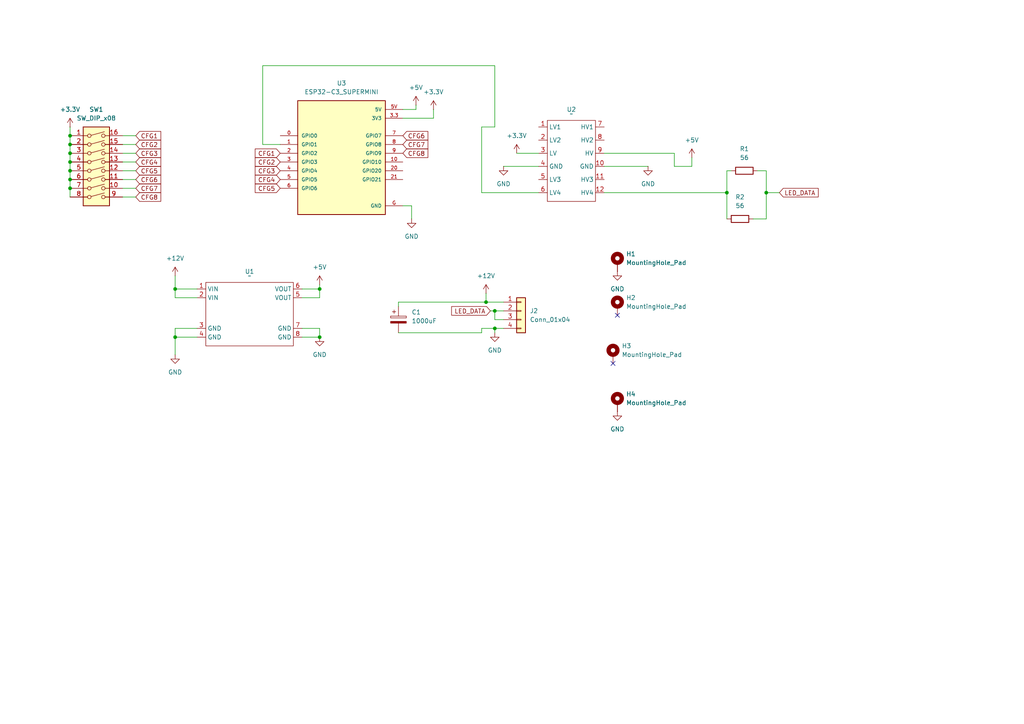
<source format=kicad_sch>
(kicad_sch (version 20250114) (generator "eeschema") (generator_version "9.0")
  (paper "A4")
  (lib_symbols
    (symbol "Connector_Generic:Conn_01x04" (pin_names (offset 1.016) (hide yes))
      (property "Reference" "J" (at 0 5.08 0))
      (property "Value" "Conn_01x04" (at 0 -7.62 0))
      (symbol "Conn_01x04_1_1"
        (rectangle (start -1.27 3.81) (end 1.27 -6.35) (stroke (width 0.254)) (fill (type background)))
        (rectangle (start -1.27 2.667) (end 0 2.413) (stroke (width 0.1524)))
        (rectangle (start -1.27 0.127) (end 0 -0.127) (stroke (width 0.1524)))
        (rectangle (start -1.27 -2.413) (end 0 -2.667) (stroke (width 0.1524)))
        (rectangle (start -1.27 -4.953) (end 0 -5.207) (stroke (width 0.1524)))
        (pin passive line (at -5.08 2.54 0) (length 3.81) (name "Pin_1") (number "1"))
        (pin passive line (at -5.08 0 0) (length 3.81) (name "Pin_2") (number "2"))
        (pin passive line (at -5.08 -2.54 0) (length 3.81) (name "Pin_3") (number "3"))
        (pin passive line (at -5.08 -5.08 0) (length 3.81) (name "Pin_4") (number "4"))
      )
    )
    (symbol "Device:C_Polarized" (pin_numbers (hide yes)) (pin_names (offset 0.254))
      (property "Reference" "C" (at 0.635 2.54 0))
      (property "Value" "C_Polarized" (at 0.635 -2.54 0))
      (symbol "C_Polarized_0_1"
        (rectangle (start -2.286 0.508) (end 2.286 1.016))
        (polyline (pts (xy -1.778 2.286) (xy -0.762 2.286)))
        (polyline (pts (xy -1.27 2.794) (xy -1.27 1.778)))
        (rectangle (start 2.286 -0.508) (end -2.286 -1.016) (fill (type outline)))
      )
      (symbol "C_Polarized_1_1"
        (pin passive line (at 0 3.81 270) (length 2.794) (name "~") (number "1"))
        (pin passive line (at 0 -3.81 90) (length 2.794) (name "~") (number "2"))
      )
    )
    (symbol "Device:R" (pin_numbers (hide yes)) (pin_names (offset 0))
      (property "Reference" "R" (at 2.032 0 90))
      (property "Value" "R" (at 0 0 90))
      (symbol "R_0_1"
        (rectangle (start -1.016 -2.54) (end 1.016 2.54) (stroke (width 0.254)))
      )
      (symbol "R_1_1"
        (pin passive line (at 0 3.81 270) (length 1.27) (name "~") (number "1"))
        (pin passive line (at 0 -3.81 90) (length 1.27) (name "~") (number "2"))
      )
    )
    (symbol "Mechanical:MountingHole_Pad" (pin_numbers (hide yes)) (pin_names (offset 1.016) (hide yes)) (in_bom no)
      (property "Reference" "H" (at 0 6.35 0))
      (property "Value" "MountingHole_Pad" (at 0 4.445 0))
      (symbol "MountingHole_Pad_0_1"
        (circle (center 0 1.27) (radius 1.27) (stroke (width 1.27)))
      )
      (symbol "MountingHole_Pad_1_1"
        (pin input line (at 0 -2.54 90) (length 2.54) (name "1") (number "1"))
      )
    )
    (symbol "Switch:SW_DIP_x08" (pin_names (offset 0) (hide yes))
      (property "Reference" "SW" (at 0 13.97 0))
      (property "Value" "SW_DIP_x08" (at 0 -11.43 0))
      (symbol "SW_DIP_x08_0_0"
        (circle (center -2.032 10.16) (radius 0.508))
        (circle (center -2.032 7.62) (radius 0.508))
        (circle (center -2.032 5.08) (radius 0.508))
        (circle (center -2.032 2.54) (radius 0.508))
        (circle (center -2.032 0) (radius 0.508))
        (circle (center -2.032 -2.54) (radius 0.508))
        (circle (center -2.032 -5.08) (radius 0.508))
        (circle (center -2.032 -7.62) (radius 0.508))
        (polyline (pts (xy -1.524 10.287) (xy 2.3622 11.3284)))
        (polyline (pts (xy -1.524 7.747) (xy 2.3622 8.7884)))
        (polyline (pts (xy -1.524 5.207) (xy 2.3622 6.2484)))
        (polyline (pts (xy -1.524 2.667) (xy 2.3622 3.7084)))
        (polyline (pts (xy -1.524 0.127) (xy 2.3622 1.1684)))
        (polyline (pts (xy -1.524 -2.3876) (xy 2.3622 -1.3462)))
        (polyline (pts (xy -1.524 -4.9276) (xy 2.3622 -3.8862)))
        (polyline (pts (xy -1.524 -7.4676) (xy 2.3622 -6.4262)))
        (circle (center 2.032 10.16) (radius 0.508))
        (circle (center 2.032 7.62) (radius 0.508))
        (circle (center 2.032 5.08) (radius 0.508))
        (circle (center 2.032 2.54) (radius 0.508))
        (circle (center 2.032 0) (radius 0.508))
        (circle (center 2.032 -2.54) (radius 0.508))
        (circle (center 2.032 -5.08) (radius 0.508))
        (circle (center 2.032 -7.62) (radius 0.508))
      )
      (symbol "SW_DIP_x08_0_1"
        (rectangle (start -3.81 12.7) (end 3.81 -10.16) (stroke (width 0.254)) (fill (type background)))
      )
      (symbol "SW_DIP_x08_1_1"
        (pin passive line (at -7.62 10.16 0) (length 5.08) (name "~") (number "1"))
        (pin passive line (at -7.62 7.62 0) (length 5.08) (name "~") (number "2"))
        (pin passive line (at -7.62 5.08 0) (length 5.08) (name "~") (number "3"))
        (pin passive line (at -7.62 2.54 0) (length 5.08) (name "~") (number "4"))
        (pin passive line (at -7.62 0 0) (length 5.08) (name "~") (number "5"))
        (pin passive line (at -7.62 -2.54 0) (length 5.08) (name "~") (number "6"))
        (pin passive line (at -7.62 -5.08 0) (length 5.08) (name "~") (number "7"))
        (pin passive line (at -7.62 -7.62 0) (length 5.08) (name "~") (number "8"))
        (pin passive line (at 7.62 10.16 180) (length 5.08) (name "~") (number "16"))
        (pin passive line (at 7.62 7.62 180) (length 5.08) (name "~") (number "15"))
        (pin passive line (at 7.62 5.08 180) (length 5.08) (name "~") (number "14"))
        (pin passive line (at 7.62 2.54 180) (length 5.08) (name "~") (number "13"))
        (pin passive line (at 7.62 0 180) (length 5.08) (name "~") (number "12"))
        (pin passive line (at 7.62 -2.54 180) (length 5.08) (name "~") (number "11"))
        (pin passive line (at 7.62 -5.08 180) (length 5.08) (name "~") (number "10"))
        (pin passive line (at 7.62 -7.62 180) (length 5.08) (name "~") (number "9"))
      )
    )
    (symbol "power:+12V" (power) (pin_numbers (hide yes)) (pin_names (offset 0) (hide yes))
      (property "Value" "+12V" (at 0 3.556 0))
      (symbol "+12V_0_1"
        (polyline (pts (xy -0.762 1.27) (xy 0 2.54)))
        (polyline (pts (xy 0 2.54) (xy 0.762 1.27)))
        (polyline (pts (xy 0 0) (xy 0 2.54)))
      )
      (symbol "+12V_1_1"
        (pin power_in line (at 0 0 90) (length 0) (name "~") (number "1"))
      )
    )
    (symbol "power:+3.3V" (power) (pin_numbers (hide yes)) (pin_names (offset 0) (hide yes))
      (property "Value" "+3.3V" (at 0 3.556 0))
      (symbol "+3.3V_0_1"
        (polyline (pts (xy -0.762 1.27) (xy 0 2.54)))
        (polyline (pts (xy 0 2.54) (xy 0.762 1.27)))
        (polyline (pts (xy 0 0) (xy 0 2.54)))
      )
      (symbol "+3.3V_1_1"
        (pin power_in line (at 0 0 90) (length 0) (name "~") (number "1"))
      )
    )
    (symbol "power:+5V" (power) (pin_numbers (hide yes)) (pin_names (offset 0) (hide yes))
      (property "Value" "+5V" (at 0 3.556 0))
      (symbol "+5V_0_1"
        (polyline (pts (xy -0.762 1.27) (xy 0 2.54)))
        (polyline (pts (xy 0 2.54) (xy 0.762 1.27)))
        (polyline (pts (xy 0 0) (xy 0 2.54)))
      )
      (symbol "+5V_1_1"
        (pin power_in line (at 0 0 90) (length 0) (name "~") (number "1"))
      )
    )
    (symbol "power:GND" (power) (pin_numbers (hide yes)) (pin_names (offset 0) (hide yes))
      (property "Value" "GND" (at 0 -3.81 0))
      (symbol "GND_0_1"
        (polyline (pts (xy 0 0) (xy 0 -1.27) (xy 1.27 -1.27) (xy 0 -2.54) (xy -1.27 -1.27) (xy 0 -1.27)))
      )
      (symbol "GND_1_1"
        (pin power_in line (at 0 0 270) (length 0) (name "~") (number "1"))
      )
    )
    (symbol "syms2024:4x_Level_Shifter_Board"
      (property "Reference" "U" (at 4.572 -0.254 0))
      (symbol "4x_Level_Shifter_Board_0_1"
        (rectangle (start -2.54 -1.905) (end 11.43 -25.4))
      )
      (symbol "4x_Level_Shifter_Board_1_1"
        (pin bidirectional line (at -5.08 -3.81 0) (length 2.54) (name "LV1") (number "1"))
        (pin bidirectional line (at -5.08 -7.62 0) (length 2.54) (name "LV2") (number "2"))
        (pin input line (at -5.08 -11.43 0) (length 2.54) (name "LV") (number "3"))
        (pin bidirectional line (at -5.08 -15.24 0) (length 2.54) (name "GND") (number "4"))
        (pin bidirectional line (at -5.08 -19.05 0) (length 2.54) (name "LV3") (number "5"))
        (pin bidirectional line (at -5.08 -22.86 0) (length 2.54) (name "LV4") (number "6"))
        (pin bidirectional line (at 13.97 -3.81 180) (length 2.54) (name "HV1") (number "7"))
        (pin bidirectional line (at 13.97 -7.62 180) (length 2.54) (name "HV2") (number "8"))
        (pin input line (at 13.97 -11.43 180) (length 2.54) (name "HV") (number "9"))
        (pin bidirectional line (at 13.97 -15.24 180) (length 2.54) (name "GND") (number "10"))
        (pin bidirectional line (at 13.97 -19.05 180) (length 2.54) (name "HV3") (number "11"))
        (pin bidirectional line (at 13.97 -22.86 180) (length 2.54) (name "HV4") (number "12"))
      )
    )
    (symbol "syms2024:ESP32-C3_SUPERMINI" (pin_names (offset 1.016))
      (property "Reference" "U" (at -12.7 16.002 0))
      (property "Value" "ESP32-C3_SUPERMINI" (at -12.7 -20.32 0))
      (symbol "ESP32-C3_SUPERMINI_0_0"
        (rectangle (start -12.7 -17.78) (end 12.7 15.24) (stroke (width 0.254)) (fill (type background)))
        (pin bidirectional line (at -17.78 5.08 0) (length 5.08) (name "GPIO0") (number "0"))
        (pin bidirectional line (at -17.78 2.54 0) (length 5.08) (name "GPIO1") (number "1"))
        (pin bidirectional line (at -17.78 0 0) (length 5.08) (name "GPIO2") (number "2"))
        (pin bidirectional line (at -17.78 -2.54 0) (length 5.08) (name "GPIO3") (number "3"))
        (pin bidirectional line (at -17.78 -5.08 0) (length 5.08) (name "GPIO4") (number "4"))
        (pin bidirectional line (at -17.78 -7.62 0) (length 5.08) (name "GPIO5") (number "5"))
        (pin bidirectional line (at -17.78 -10.16 0) (length 5.08) (name "GPIO6") (number "6"))
        (pin power_in line (at 17.78 12.7 180) (length 5.08) (name "5V") (number "5V"))
        (pin power_in line (at 17.78 10.16 180) (length 5.08) (name "3V3") (number "3.3"))
        (pin bidirectional line (at 17.78 5.08 180) (length 5.08) (name "GPIO7") (number "7"))
        (pin bidirectional line (at 17.78 2.54 180) (length 5.08) (name "GPIO8") (number "8"))
        (pin bidirectional line (at 17.78 0 180) (length 5.08) (name "GPIO9") (number "9"))
        (pin bidirectional line (at 17.78 -2.54 180) (length 5.08) (name "GPIO10") (number "10"))
        (pin bidirectional line (at 17.78 -5.08 180) (length 5.08) (name "GPIO20") (number "20"))
        (pin bidirectional line (at 17.78 -7.62 180) (length 5.08) (name "GPIO21") (number "21"))
        (pin power_in line (at 17.78 -15.24 180) (length 5.08) (name "GND") (number "G"))
      )
    )
    (symbol "syms2024:mini560"
      (property "Reference" "U" (at -5.08 4.572 0))
      (symbol "mini560_0_1"
        (rectangle (start -16.51 1.905) (end 8.89 -16.51))
      )
      (symbol "mini560_1_1"
        (pin input line (at -19.05 0 0) (length 2.54) (name "VIN") (number "1"))
        (pin input line (at -19.05 -2.54 0) (length 2.54) (name "VIN") (number "2"))
        (pin bidirectional line (at -19.05 -11.43 0) (length 2.54) (name "GND") (number "3"))
        (pin bidirectional line (at -19.05 -13.97 0) (length 2.54) (name "GND") (number "4"))
        (pin output line (at 11.43 0 180) (length 2.54) (name "VOUT") (number "6"))
        (pin output line (at 11.43 -2.54 180) (length 2.54) (name "VOUT") (number "5"))
        (pin bidirectional line (at 11.43 -11.43 180) (length 2.54) (name "GND") (number "7"))
        (pin bidirectional line (at 11.43 -13.97 180) (length 2.54) (name "GND") (number "8"))
      )
    )
  )
  (junction (at 20.32 52.07))
  (junction (at 143.51 95.25))
  (junction (at 140.97 87.63))
  (junction (at 50.8 97.79))
  (junction (at 50.8 83.82))
  (junction (at 20.32 41.91))
  (junction (at 92.71 83.82))
  (junction (at 20.32 46.99))
  (junction (at 92.71 97.79))
  (junction (at 222.25 55.88))
  (junction (at 20.32 49.53))
  (junction (at 20.32 54.61))
  (junction (at 20.32 39.37))
  (junction (at 210.82 55.88))
  (junction (at 20.32 44.45))
  (junction (at 143.51 90.17))
  (no_connect (at 177.8 105.41))
  (no_connect (at 179.07 91.44))
  (wire (pts (xy 20.32 41.91) (xy 20.32 44.45)))
  (wire (pts (xy 57.15 95.25) (xy 50.8 95.25)))
  (wire (pts (xy 116.84 31.75) (xy 120.65 31.75)))
  (wire (pts (xy 175.26 55.88) (xy 210.82 55.88)))
  (wire (pts (xy 210.82 49.53) (xy 210.82 55.88)))
  (wire (pts (xy 120.65 30.48) (xy 120.65 31.75)))
  (wire (pts (xy 142.24 90.17) (xy 143.51 90.17)))
  (wire (pts (xy 35.56 39.37) (xy 39.37 39.37)))
  (wire (pts (xy 146.05 95.25) (xy 143.51 95.25)))
  (wire (pts (xy 50.8 95.25) (xy 50.8 97.79)))
  (wire (pts (xy 35.56 49.53) (xy 39.37 49.53)))
  (wire (pts (xy 218.44 63.5) (xy 222.25 63.5)))
  (wire (pts (xy 195.58 48.26) (xy 200.66 48.26)))
  (wire (pts (xy 125.73 31.75) (xy 125.73 34.29)))
  (wire (pts (xy 139.7 96.52) (xy 139.7 95.25)))
  (wire (pts (xy 219.71 49.53) (xy 222.25 49.53)))
  (wire (pts (xy 92.71 83.82) (xy 92.71 82.55)))
  (wire (pts (xy 20.32 49.53) (xy 20.32 52.07)))
  (wire (pts (xy 115.57 87.63) (xy 140.97 87.63)))
  (wire (pts (xy 210.82 49.53) (xy 212.09 49.53)))
  (wire (pts (xy 115.57 96.52) (xy 139.7 96.52)))
  (wire (pts (xy 50.8 97.79) (xy 57.15 97.79)))
  (wire (pts (xy 87.63 97.79) (xy 92.71 97.79)))
  (wire (pts (xy 81.28 41.91) (xy 76.2 41.91)))
  (wire (pts (xy 139.7 36.83) (xy 143.51 36.83)))
  (wire (pts (xy 143.51 19.05) (xy 143.51 36.83)))
  (wire (pts (xy 119.38 63.5) (xy 119.38 59.69)))
  (wire (pts (xy 210.82 63.5) (xy 210.82 55.88)))
  (wire (pts (xy 119.38 59.69) (xy 116.84 59.69)))
  (wire (pts (xy 143.51 95.25) (xy 143.51 96.52)))
  (wire (pts (xy 143.51 90.17) (xy 146.05 90.17)))
  (wire (pts (xy 76.2 41.91) (xy 76.2 19.05)))
  (wire (pts (xy 35.56 44.45) (xy 39.37 44.45)))
  (wire (pts (xy 200.66 48.26) (xy 200.66 45.72)))
  (wire (pts (xy 92.71 95.25) (xy 92.71 97.79)))
  (wire (pts (xy 20.32 46.99) (xy 20.32 49.53)))
  (wire (pts (xy 143.51 92.71) (xy 143.51 90.17)))
  (wire (pts (xy 50.8 83.82) (xy 57.15 83.82)))
  (wire (pts (xy 140.97 87.63) (xy 140.97 85.09)))
  (wire (pts (xy 139.7 95.25) (xy 143.51 95.25)))
  (wire (pts (xy 20.32 44.45) (xy 20.32 46.99)))
  (wire (pts (xy 35.56 41.91) (xy 39.37 41.91)))
  (wire (pts (xy 156.21 55.88) (xy 139.7 55.88)))
  (wire (pts (xy 175.26 44.45) (xy 195.58 44.45)))
  (wire (pts (xy 140.97 87.63) (xy 146.05 87.63)))
  (wire (pts (xy 87.63 86.36) (xy 92.71 86.36)))
  (wire (pts (xy 50.8 80.01) (xy 50.8 83.82)))
  (wire (pts (xy 222.25 63.5) (xy 222.25 55.88)))
  (wire (pts (xy 116.84 34.29) (xy 125.73 34.29)))
  (wire (pts (xy 87.63 95.25) (xy 92.71 95.25)))
  (wire (pts (xy 139.7 55.88) (xy 139.7 36.83)))
  (wire (pts (xy 76.2 19.05) (xy 143.51 19.05)))
  (wire (pts (xy 20.32 52.07) (xy 20.32 54.61)))
  (wire (pts (xy 35.56 57.15) (xy 39.37 57.15)))
  (wire (pts (xy 20.32 54.61) (xy 20.32 57.15)))
  (wire (pts (xy 115.57 88.9) (xy 115.57 87.63)))
  (wire (pts (xy 149.86 44.45) (xy 156.21 44.45)))
  (wire (pts (xy 50.8 102.87) (xy 50.8 97.79)))
  (wire (pts (xy 87.63 83.82) (xy 92.71 83.82)))
  (wire (pts (xy 20.32 36.83) (xy 20.32 39.37)))
  (wire (pts (xy 20.32 39.37) (xy 20.32 41.91)))
  (wire (pts (xy 195.58 44.45) (xy 195.58 48.26)))
  (wire (pts (xy 175.26 48.26) (xy 187.96 48.26)))
  (wire (pts (xy 50.8 86.36) (xy 50.8 83.82)))
  (wire (pts (xy 35.56 46.99) (xy 39.37 46.99)))
  (wire (pts (xy 146.05 92.71) (xy 143.51 92.71)))
  (wire (pts (xy 35.56 54.61) (xy 39.37 54.61)))
  (wire (pts (xy 146.05 48.26) (xy 156.21 48.26)))
  (wire (pts (xy 222.25 55.88) (xy 226.06 55.88)))
  (wire (pts (xy 92.71 86.36) (xy 92.71 83.82)))
  (wire (pts (xy 35.56 52.07) (xy 39.37 52.07)))
  (wire (pts (xy 57.15 86.36) (xy 50.8 86.36)))
  (wire (pts (xy 222.25 49.53) (xy 222.25 55.88)))
  (global_label "CFG1" (shape input) (at 81.28 44.45 180) (property "Intersheetrefs" "${INTERSHEET_REFS}" (effects (hide yes))))
  (global_label "CFG5" (shape input) (at 39.37 49.53 0) (property "Intersheetrefs" "${INTERSHEET_REFS}" (effects (hide yes))))
  (global_label "CFG7" (shape input) (at 39.37 54.61 0) (property "Intersheetrefs" "${INTERSHEET_REFS}" (effects (hide yes))))
  (global_label "CFG1" (shape input) (at 39.37 39.37 0) (property "Intersheetrefs" "${INTERSHEET_REFS}" (effects (hide yes))))
  (global_label "CFG7" (shape input) (at 116.84 41.91 0) (property "Intersheetrefs" "${INTERSHEET_REFS}" (effects (hide yes))))
  (global_label "CFG3" (shape input) (at 81.28 49.53 180) (property "Intersheetrefs" "${INTERSHEET_REFS}" (effects (hide yes))))
  (global_label "CFG2" (shape input) (at 39.37 41.91 0) (property "Intersheetrefs" "${INTERSHEET_REFS}" (effects (hide yes))))
  (global_label "CFG4" (shape input) (at 81.28 52.07 180) (property "Intersheetrefs" "${INTERSHEET_REFS}" (effects (hide yes))))
  (global_label "LED_DATA" (shape input) (at 142.24 90.17 180) (property "Intersheetrefs" "${INTERSHEET_REFS}" (effects (hide yes))))
  (global_label "CFG6" (shape input) (at 116.84 39.37 0) (property "Intersheetrefs" "${INTERSHEET_REFS}" (effects (hide yes))))
  (global_label "CFG6" (shape input) (at 39.37 52.07 0) (property "Intersheetrefs" "${INTERSHEET_REFS}" (effects (hide yes))))
  (global_label "CFG5" (shape input) (at 81.28 54.61 180) (property "Intersheetrefs" "${INTERSHEET_REFS}" (effects (hide yes))))
  (global_label "CFG8" (shape input) (at 39.37 57.15 0) (property "Intersheetrefs" "${INTERSHEET_REFS}" (effects (hide yes))))
  (global_label "CFG3" (shape input) (at 39.37 44.45 0) (property "Intersheetrefs" "${INTERSHEET_REFS}" (effects (hide yes))))
  (global_label "LED_DATA" (shape input) (at 226.06 55.88 0) (property "Intersheetrefs" "${INTERSHEET_REFS}" (effects (hide yes))))
  (global_label "CFG8" (shape input) (at 116.84 44.45 0) (property "Intersheetrefs" "${INTERSHEET_REFS}" (effects (hide yes))))
  (global_label "CFG4" (shape input) (at 39.37 46.99 0) (property "Intersheetrefs" "${INTERSHEET_REFS}" (effects (hide yes))))
  (global_label "CFG2" (shape input) (at 81.28 46.99 180) (property "Intersheetrefs" "${INTERSHEET_REFS}" (effects (hide yes))))
  (symbol (lib_id "power:GND") (at 187.96 48.26 0) (unit 1)
    (property "Reference" "#PWR010" (effects (hide yes)))
    (property "Value" "GND" (at 187.96 53.34 0))
    (property "Description" "Power symbol creates a global label with name \"GND\" , ground" (effects (hide yes)))
  )
  (symbol (lib_id "power:+5V") (at 200.66 45.72 0) (unit 1)
    (property "Reference" "#PWR08" (effects (hide yes)))
    (property "Value" "+5V" (at 200.66 40.64 0))
    (property "Description" "Power symbol creates a global label with name \"+5V\"" (effects (hide yes)))
  )
  (symbol (lib_id "power:+3.3V") (at 20.32 36.83 0) (unit 1)
    (property "Reference" "#PWR014" (effects (hide yes)))
    (property "Value" "+3.3V" (at 20.32 31.75 0))
    (property "Description" "Power symbol creates a global label with name \"+3.3V\"" (effects (hide yes)))
  )
  (symbol (lib_id "power:+5V") (at 92.71 82.55 0) (unit 1)
    (property "Reference" "#PWR03" (effects (hide yes)))
    (property "Value" "+5V" (at 92.71 77.47 0))
    (property "Description" "Power symbol creates a global label with name \"+5V\"" (effects (hide yes)))
  )
  (symbol (lib_id "Mechanical:MountingHole_Pad") (at 179.07 88.9 0) (unit 1) (in_bom no)
    (property "Reference" "H2" (at 181.61 86.3599 0) (effects (justify left)))
    (property "Value" "MountingHole_Pad" (at 181.61 88.8999 0) (effects (justify left)))
    (property "Footprint" "MountingHole:MountingHole_3.2mm_M3_DIN965_Pad_TopBottom" (effects (hide yes)))
    (property "Description" "Mounting Hole with connection" (effects (hide yes)))
  )
  (symbol (lib_id "Device:R") (at 215.9 49.53 90) (unit 1)
    (property "Reference" "R1" (at 215.9 43.18 90))
    (property "Value" "56" (at 215.9 45.72 90))
    (property "Footprint" "Resistor_SMD:R_0805_2012Metric" (effects (hide yes)))
    (property "Description" "Resistor" (effects (hide yes)))
  )
  (symbol (lib_id "syms2024:4x_Level_Shifter_Board") (at 161.29 33.02 0) (unit 1)
    (property "Reference" "U2" (at 165.735 31.75 0))
    (property "Value" "~" (at 165.735 33.02 0))
    (property "Footprint" "footprints2024:LOGIC LEVEL CONVERTER 4 FOOTPRINT" (effects (hide yes)))
  )
  (symbol (lib_id "power:GND") (at 119.38 63.5 0) (unit 1)
    (property "Reference" "#PWR011" (effects (hide yes)))
    (property "Value" "GND" (at 119.38 68.58 0))
    (property "Description" "Power symbol creates a global label with name \"GND\" , ground" (effects (hide yes)))
  )
  (symbol (lib_id "power:GND") (at 143.51 96.52 0) (unit 1)
    (property "Reference" "#PWR012" (effects (hide yes)))
    (property "Value" "GND" (at 143.51 101.6 0))
    (property "Description" "Power symbol creates a global label with name \"GND\" , ground" (effects (hide yes)))
  )
  (symbol (lib_id "syms2024:mini560") (at 76.2 83.82 0) (unit 1)
    (property "Reference" "U1" (at 72.39 78.74 0))
    (property "Value" "~" (at 72.39 80.01 0))
    (property "Footprint" "footprints2024:MINI560_tht_smd_combo" (effects (hide yes)))
  )
  (symbol (lib_id "power:+12V") (at 140.97 85.09 0) (unit 1)
    (property "Reference" "#PWR013" (effects (hide yes)))
    (property "Value" "+12V" (at 140.97 80.01 0))
    (property "Description" "Power symbol creates a global label with name \"+12V\"" (effects (hide yes)))
  )
  (symbol (lib_id "power:GND") (at 179.07 78.74 0) (unit 1)
    (property "Reference" "#PWR015" (effects (hide yes)))
    (property "Value" "GND" (at 179.07 83.82 0))
    (property "Description" "Power symbol creates a global label with name \"GND\" , ground" (effects (hide yes)))
  )
  (symbol (lib_id "power:+12V") (at 50.8 80.01 0) (unit 1)
    (property "Reference" "#PWR04" (effects (hide yes)))
    (property "Value" "+12V" (at 50.8 74.93 0))
    (property "Description" "Power symbol creates a global label with name \"+12V\"" (effects (hide yes)))
  )
  (symbol (lib_id "Switch:SW_DIP_x08") (at 27.94 49.53 0) (unit 1)
    (property "Reference" "SW1" (at 27.94 31.75 0))
    (property "Value" "SW_DIP_x08" (at 27.94 34.29 0))
    (property "Footprint" "Button_Switch_THT:SW_DIP_SPSTx08_Slide_6.7x21.88mm_W7.62mm_P2.54mm_LowProfile" (effects (hide yes)))
    (property "Description" "8x DIP Switch, Single Pole Single Throw (SPST) switch, small symbol" (effects (hide yes)))
  )
  (symbol (lib_id "Mechanical:MountingHole_Pad") (at 177.8 102.87 0) (unit 1) (in_bom no)
    (property "Reference" "H3" (at 180.34 100.3299 0) (effects (justify left)))
    (property "Value" "MountingHole_Pad" (at 180.34 102.8699 0) (effects (justify left)))
    (property "Footprint" "MountingHole:MountingHole_3.2mm_M3_DIN965_Pad_TopBottom" (effects (hide yes)))
    (property "Description" "Mounting Hole with connection" (effects (hide yes)))
  )
  (symbol (lib_id "power:GND") (at 92.71 97.79 0) (unit 1)
    (property "Reference" "#PWR02" (effects (hide yes)))
    (property "Value" "GND" (at 92.71 102.87 0))
    (property "Description" "Power symbol creates a global label with name \"GND\" , ground" (effects (hide yes)))
  )
  (symbol (lib_id "Mechanical:MountingHole_Pad") (at 179.07 116.84 0) (unit 1) (in_bom no)
    (property "Reference" "H4" (at 181.61 114.2999 0) (effects (justify left)))
    (property "Value" "MountingHole_Pad" (at 181.61 116.8399 0) (effects (justify left)))
    (property "Footprint" "MountingHole:MountingHole_3.2mm_M3_DIN965_Pad_TopBottom" (effects (hide yes)))
    (property "Description" "Mounting Hole with connection" (effects (hide yes)))
  )
  (symbol (lib_id "power:GND") (at 50.8 102.87 0) (unit 1)
    (property "Reference" "#PWR01" (effects (hide yes)))
    (property "Value" "GND" (at 50.8 107.95 0))
    (property "Description" "Power symbol creates a global label with name \"GND\" , ground" (effects (hide yes)))
  )
  (symbol (lib_id "syms2024:ESP32-C3_SUPERMINI") (at 99.06 44.45 0) (unit 1)
    (property "Reference" "U3" (at 99.06 24.13 0))
    (property "Value" "ESP32-C3_SUPERMINI" (at 99.06 26.67 0))
    (property "Footprint" "footprints2024:MODULE_ESP32-C3_SUPERMINI" (effects (hide yes)))
    (property "MF" "Espressif Systems" (effects (hide yes)))
    (property "MAXIMUM_PACKAGE_HEIGHT" "4.2mm" (effects (hide yes)))
    (property "Package" "Package" (effects (hide yes)))
    (property "STANDARD" "Manufacturer Recommendations" (effects (hide yes)))
    (property "MP" "ESP32-C3 SuperMini" (effects (hide yes)))
    (property "Description_1" "\nSuper tiny ESP32-C3 board\n" (effects (hide yes)))
    (property "MANUFACTURER" "Espressif" (effects (hide yes)))
  )
  (symbol (lib_id "power:+5V") (at 120.65 30.48 0) (unit 1)
    (property "Reference" "#PWR05" (effects (hide yes)))
    (property "Value" "+5V" (at 120.65 25.4 0))
    (property "Description" "Power symbol creates a global label with name \"+5V\"" (effects (hide yes)))
  )
  (symbol (lib_id "power:GND") (at 179.07 119.38 0) (unit 1)
    (property "Reference" "#PWR016" (effects (hide yes)))
    (property "Value" "GND" (at 179.07 124.46 0))
    (property "Description" "Power symbol creates a global label with name \"GND\" , ground" (effects (hide yes)))
  )
  (symbol (lib_id "Connector_Generic:Conn_01x04") (at 151.13 90.17 0) (unit 1)
    (property "Reference" "J2" (at 153.67 90.1699 0) (effects (justify left)))
    (property "Value" "Conn_01x04" (at 153.67 92.7099 0) (effects (justify left)))
    (property "Footprint" "Connector_Wire:SolderWire-0.75sqmm_1x04_P7mm_D1.25mm_OD3.5mm_Relief" (effects (hide yes)))
    (property "Description" "Generic connector, single row, 01x04, script generated (kicad-library-utils/schlib/autogen/connector/)" (effects (hide yes)))
  )
  (symbol (lib_id "Mechanical:MountingHole_Pad") (at 179.07 76.2 0) (unit 1) (in_bom no)
    (property "Reference" "H1" (at 181.61 73.6599 0) (effects (justify left)))
    (property "Value" "MountingHole_Pad" (at 181.61 76.1999 0) (effects (justify left)))
    (property "Footprint" "MountingHole:MountingHole_3.2mm_M3_DIN965_Pad_TopBottom" (effects (hide yes)))
    (property "Description" "Mounting Hole with connection" (effects (hide yes)))
  )
  (symbol (lib_id "power:+3.3V") (at 149.86 44.45 0) (unit 1)
    (property "Reference" "#PWR07" (effects (hide yes)))
    (property "Value" "+3.3V" (at 149.86 39.37 0))
    (property "Description" "Power symbol creates a global label with name \"+3.3V\"" (effects (hide yes)))
  )
  (symbol (lib_id "power:GND") (at 146.05 48.26 0) (unit 1)
    (property "Reference" "#PWR09" (effects (hide yes)))
    (property "Value" "GND" (at 146.05 53.34 0))
    (property "Description" "Power symbol creates a global label with name \"GND\" , ground" (effects (hide yes)))
  )
  (symbol (lib_id "Device:R") (at 214.63 63.5 90) (unit 1)
    (property "Reference" "R2" (at 214.63 57.15 90))
    (property "Value" "56" (at 214.63 59.69 90))
    (property "Footprint" "Resistor_THT:R_Axial_DIN0207_L6.3mm_D2.5mm_P7.62mm_Horizontal" (effects (hide yes)))
    (property "Description" "Resistor" (effects (hide yes)))
  )
  (symbol (lib_id "Device:C_Polarized") (at 115.57 92.71 0) (unit 1)
    (property "Reference" "C1" (at 119.38 90.5509 0) (effects (justify left)))
    (property "Value" "1000uF" (at 119.38 93.0909 0) (effects (justify left)))
    (property "Footprint" "Capacitor_THT:CP_Radial_D10.0mm_P5.00mm" (effects (hide yes)))
    (property "Description" "Polarized capacitor" (effects (hide yes)))
  )
  (symbol (lib_id "power:+3.3V") (at 125.73 31.75 0) (unit 1)
    (property "Reference" "#PWR06" (effects (hide yes)))
    (property "Value" "+3.3V" (at 125.73 26.67 0))
    (property "Description" "Power symbol creates a global label with name \"+3.3V\"" (effects (hide yes)))
  )
)
</source>
